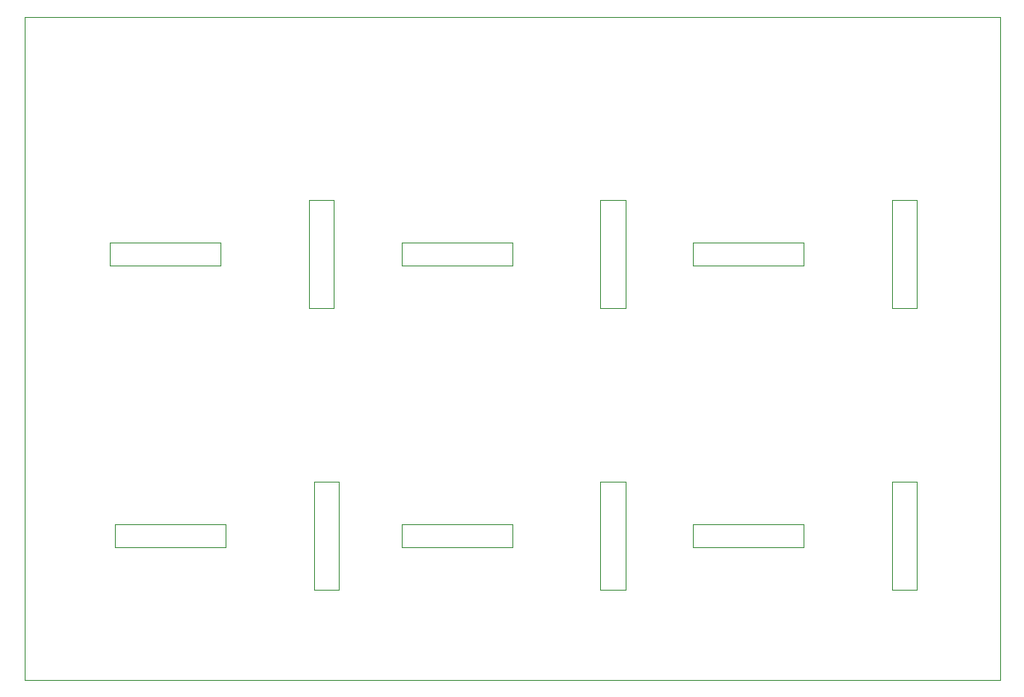
<source format=gbr>
%TF.GenerationSoftware,KiCad,Pcbnew,9.0.3*%
%TF.CreationDate,2026-02-15T20:10:58-06:00*%
%TF.ProjectId,relay board,72656c61-7920-4626-9f61-72642e6b6963,rev?*%
%TF.SameCoordinates,Original*%
%TF.FileFunction,Profile,NP*%
%FSLAX46Y46*%
G04 Gerber Fmt 4.6, Leading zero omitted, Abs format (unit mm)*
G04 Created by KiCad (PCBNEW 9.0.3) date 2026-02-15 20:10:58*
%MOMM*%
%LPD*%
G01*
G04 APERTURE LIST*
%TA.AperFunction,Profile*%
%ADD10C,0.050000*%
%TD*%
G04 APERTURE END LIST*
D10*
X111000000Y-17000000D02*
X208000000Y-17000000D01*
X208000000Y-83000000D01*
X111000000Y-83000000D01*
X111000000Y-17000000D01*
%TO.C,K2*%
X120000000Y-67500000D02*
X131000000Y-67500000D01*
X131000000Y-69750000D01*
X120000000Y-69750000D01*
X120000000Y-67500000D01*
X139750000Y-63250000D02*
X142250000Y-63250000D01*
X142250000Y-74000000D01*
X139750000Y-74000000D01*
X139750000Y-63250000D01*
%TO.C,K4*%
X148500000Y-67500000D02*
X159500000Y-67500000D01*
X159500000Y-69750000D01*
X148500000Y-69750000D01*
X148500000Y-67500000D01*
X168250000Y-63250000D02*
X170750000Y-63250000D01*
X170750000Y-74000000D01*
X168250000Y-74000000D01*
X168250000Y-63250000D01*
%TO.C,K1*%
X119500000Y-39500000D02*
X130500000Y-39500000D01*
X130500000Y-41750000D01*
X119500000Y-41750000D01*
X119500000Y-39500000D01*
X139250000Y-35250000D02*
X141750000Y-35250000D01*
X141750000Y-46000000D01*
X139250000Y-46000000D01*
X139250000Y-35250000D01*
%TO.C,K3*%
X148500000Y-39500000D02*
X159500000Y-39500000D01*
X159500000Y-41750000D01*
X148500000Y-41750000D01*
X148500000Y-39500000D01*
X168250000Y-35250000D02*
X170750000Y-35250000D01*
X170750000Y-46000000D01*
X168250000Y-46000000D01*
X168250000Y-35250000D01*
%TO.C,K5*%
X177500000Y-67500000D02*
X188500000Y-67500000D01*
X188500000Y-69750000D01*
X177500000Y-69750000D01*
X177500000Y-67500000D01*
X197250000Y-63250000D02*
X199750000Y-63250000D01*
X199750000Y-74000000D01*
X197250000Y-74000000D01*
X197250000Y-63250000D01*
%TO.C,K6*%
X177500000Y-39500000D02*
X188500000Y-39500000D01*
X188500000Y-41750000D01*
X177500000Y-41750000D01*
X177500000Y-39500000D01*
X197250000Y-35250000D02*
X199750000Y-35250000D01*
X199750000Y-46000000D01*
X197250000Y-46000000D01*
X197250000Y-35250000D01*
%TD*%
M02*

</source>
